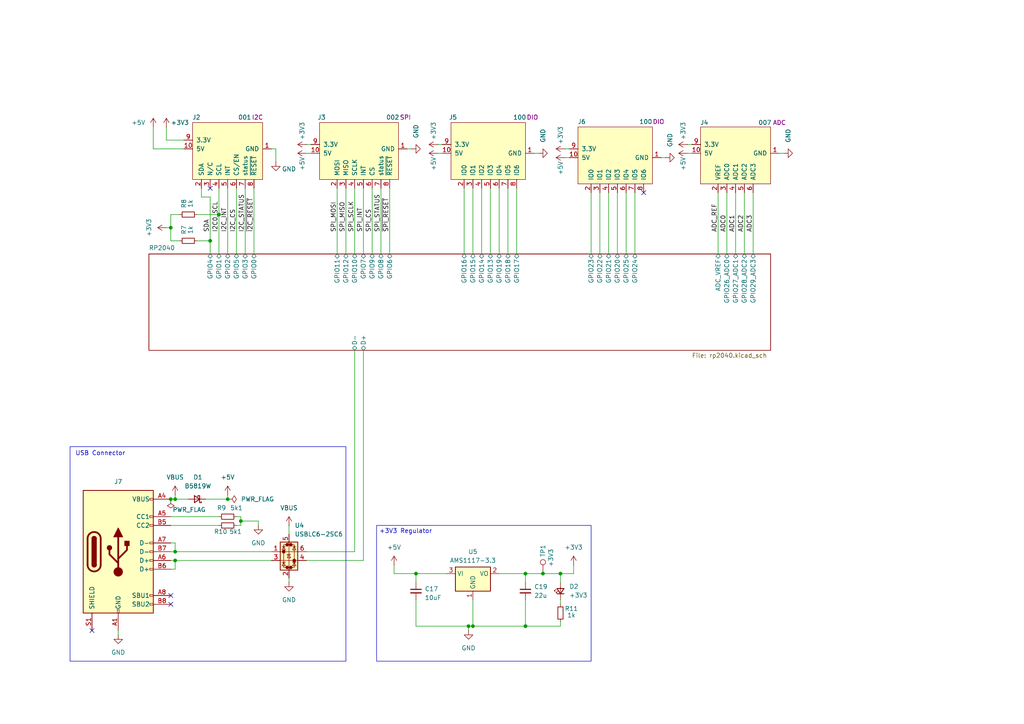
<source format=kicad_sch>
(kicad_sch (version 20241004) (generator "eeschema") (generator_version "8.99")
  (paper "A4")
  (lib_symbols
    (symbol "Connector:TestPoint" (pin_numbers (hide yes)) (pin_names (offset 0.762) (hide yes))
      (property "Reference" "TP" (at 0 6.858 0))
      (property "Value" "TestPoint" (at 0 5.08 0))
      (symbol "TestPoint_0_1"
        (circle (center 0 3.302) (radius 0.762))
      )
      (symbol "TestPoint_1_1"
        (pin passive line (at 0 0 90) (length 2.54) (name "1") (number "1"))
      )
    )
    (symbol "Connector:USB_C_Receptacle_USB2.0_16P" (pin_names (offset 1.016))
      (property "Reference" "J" (at 0 22.225 0))
      (property "Value" "USB_C_Receptacle_USB2.0_16P" (at 0 19.685 0))
      (symbol "USB_C_Receptacle_USB2.0_16P_0_0"
        (rectangle (start -0.254 -17.78) (end 0.254 -16.764))
        (rectangle (start 10.16 15.494) (end 9.144 14.986))
        (rectangle (start 10.16 10.414) (end 9.144 9.906))
        (rectangle (start 10.16 7.874) (end 9.144 7.366))
        (rectangle (start 10.16 2.794) (end 9.144 2.286))
        (rectangle (start 10.16 0.254) (end 9.144 -0.254))
        (rectangle (start 10.16 -2.286) (end 9.144 -2.794))
        (rectangle (start 10.16 -4.826) (end 9.144 -5.334))
        (rectangle (start 10.16 -12.446) (end 9.144 -12.954))
        (rectangle (start 10.16 -14.986) (end 9.144 -15.494))
      )
      (symbol "USB_C_Receptacle_USB2.0_16P_0_1"
        (rectangle (start -10.16 17.78) (end 10.16 -17.78) (stroke (width 0.254)) (fill (type background)))
        (polyline (pts (xy -8.89 -3.81) (xy -8.89 3.81)) (stroke (width 0.508)))
        (rectangle (start -7.62 -3.81) (end -6.35 3.81) (stroke (width 0.254)) (fill (type outline)))
        (arc (start -7.62 3.81) (mid -6.985 4.4423) (end -6.35 3.81) (stroke (width 0.254)))
        (arc (start -7.62 3.81) (mid -6.985 4.4423) (end -6.35 3.81) (stroke (width 0.254)) (fill (type outline)))
        (arc (start -8.89 3.81) (mid -6.985 5.7067) (end -5.08 3.81) (stroke (width 0.508)))
        (arc (start -5.08 -3.81) (mid -6.985 -5.7067) (end -8.89 -3.81) (stroke (width 0.508)))
        (arc (start -6.35 -3.81) (mid -6.985 -4.4423) (end -7.62 -3.81) (stroke (width 0.254)) (fill (type outline)))
        (arc (start -6.35 -3.81) (mid -6.985 -4.4423) (end -7.62 -3.81) (stroke (width 0.254)))
        (polyline (pts (xy -5.08 3.81) (xy -5.08 -3.81)) (stroke (width 0.508)))
        (circle (center -2.54 1.143) (radius 0.635) (stroke (width 0.254)) (fill (type outline)))
        (polyline (pts (xy -1.27 4.318) (xy 0 6.858) (xy 1.27 4.318) (xy -1.27 4.318)) (stroke (width 0.254)) (fill (type outline)))
        (polyline (pts (xy 0 -2.032) (xy 2.54 0.508) (xy 2.54 1.778)) (stroke (width 0.508)))
        (polyline (pts (xy 0 -3.302) (xy -2.54 -0.762) (xy -2.54 0.508)) (stroke (width 0.508)))
        (circle (center 0 -5.842) (radius 1.27) (fill (type outline)))
        (polyline (pts (xy 0 -5.842) (xy 0 4.318)) (stroke (width 0.508)))
        (rectangle (start 1.905 1.778) (end 3.175 3.048) (stroke (width 0.254)) (fill (type outline)))
      )
      (symbol "USB_C_Receptacle_USB2.0_16P_1_1"
        (pin passive line (at -7.62 -22.86 90) (length 5.08) (name "SHIELD") (number "S1"))
        (pin passive line (at 0 -22.86 90) (length 5.08) (name "GND") (number "A1"))
        (pin passive line (at 0 -22.86 90) (length 5.08) (hide yes) (name "GND") (number "A12"))
        (pin passive line (at 0 -22.86 90) (length 5.08) (hide yes) (name "GND") (number "B1"))
        (pin passive line (at 0 -22.86 90) (length 5.08) (hide yes) (name "GND") (number "B12"))
        (pin passive line (at 15.24 15.24 180) (length 5.08) (name "VBUS") (number "A4"))
        (pin passive line (at 15.24 15.24 180) (length 5.08) (hide yes) (name "VBUS") (number "A9"))
        (pin passive line (at 15.24 15.24 180) (length 5.08) (hide yes) (name "VBUS") (number "B4"))
        (pin passive line (at 15.24 15.24 180) (length 5.08) (hide yes) (name "VBUS") (number "B9"))
        (pin bidirectional line (at 15.24 10.16 180) (length 5.08) (name "CC1") (number "A5"))
        (pin bidirectional line (at 15.24 7.62 180) (length 5.08) (name "CC2") (number "B5"))
        (pin bidirectional line (at 15.24 2.54 180) (length 5.08) (name "D-") (number "A7"))
        (pin bidirectional line (at 15.24 0 180) (length 5.08) (name "D-") (number "B7"))
        (pin bidirectional line (at 15.24 -2.54 180) (length 5.08) (name "D+") (number "A6"))
        (pin bidirectional line (at 15.24 -5.08 180) (length 5.08) (name "D+") (number "B6"))
        (pin bidirectional line (at 15.24 -12.7 180) (length 5.08) (name "SBU1") (number "A8"))
        (pin bidirectional line (at 15.24 -15.24 180) (length 5.08) (name "SBU2") (number "B8"))
      )
    )
    (symbol "Device:C_Small" (pin_numbers (hide yes)) (pin_names (offset 0.254) (hide yes))
      (property "Reference" "C" (at 0.254 1.778 0))
      (property "Value" "C_Small" (at 0.254 -2.032 0))
      (symbol "C_Small_0_1"
        (polyline (pts (xy -1.524 0.508) (xy 1.524 0.508)) (stroke (width 0.3048)))
        (polyline (pts (xy -1.524 -0.508) (xy 1.524 -0.508)) (stroke (width 0.3302)))
      )
      (symbol "C_Small_1_1"
        (pin passive line (at 0 2.54 270) (length 2.032) (name "~") (number "1"))
        (pin passive line (at 0 -2.54 90) (length 2.032) (name "~") (number "2"))
      )
    )
    (symbol "Device:D_Schottky_Small" (pin_numbers (hide yes)) (pin_names (offset 0.254) (hide yes))
      (property "Reference" "D" (at -1.27 2.032 0))
      (property "Value" "D_Schottky_Small" (at -7.112 -2.032 0))
      (symbol "D_Schottky_Small_0_1"
        (polyline (pts (xy -1.27 0.762) (xy -1.27 1.016) (xy -0.762 1.016) (xy -0.762 -1.016) (xy -0.254 -1.016) (xy -0.254 -0.762)) (stroke (width 0.254)))
        (polyline (pts (xy -0.762 0) (xy 0.762 0)))
        (polyline (pts (xy 0.762 -1.016) (xy -0.762 0) (xy 0.762 1.016) (xy 0.762 -1.016)) (stroke (width 0.254)))
      )
      (symbol "D_Schottky_Small_1_1"
        (pin passive line (at -2.54 0 0) (length 1.778) (name "K") (number "1"))
        (pin passive line (at 2.54 0 180) (length 1.778) (name "A") (number "2"))
      )
    )
    (symbol "Device:LED_Small" (pin_numbers (hide yes)) (pin_names (offset 0.254) (hide yes))
      (property "Reference" "D" (at -1.27 3.175 0))
      (property "Value" "LED_Small" (at -4.445 -2.54 0))
      (symbol "LED_Small_0_1"
        (polyline (pts (xy -0.762 -1.016) (xy -0.762 1.016)) (stroke (width 0.254)))
        (polyline (pts (xy 0 0.762) (xy -0.508 1.27) (xy -0.254 1.27) (xy -0.508 1.27) (xy -0.508 1.016)))
        (polyline (pts (xy 0.508 1.27) (xy 0 1.778) (xy 0.254 1.778) (xy 0 1.778) (xy 0 1.524)))
        (polyline (pts (xy 0.762 -1.016) (xy -0.762 0) (xy 0.762 1.016) (xy 0.762 -1.016)) (stroke (width 0.254)))
        (polyline (pts (xy 1.016 0) (xy -0.762 0)))
      )
      (symbol "LED_Small_1_1"
        (pin passive line (at -2.54 0 0) (length 1.778) (name "K") (number "1"))
        (pin passive line (at 2.54 0 180) (length 1.778) (name "A") (number "2"))
      )
    )
    (symbol "Device:R_Small" (pin_numbers (hide yes)) (pin_names (offset 0.254) (hide yes))
      (property "Reference" "R" (at 0.762 0.508 0))
      (property "Value" "R_Small" (at 0.762 -1.016 0))
      (symbol "R_Small_0_1"
        (rectangle (start -0.762 1.778) (end 0.762 -1.778) (stroke (width 0.2032)))
      )
      (symbol "R_Small_1_1"
        (pin passive line (at 0 2.54 270) (length 0.762) (name "~") (number "1"))
        (pin passive line (at 0 -2.54 90) (length 0.762) (name "~") (number "2"))
      )
    )
    (symbol "Power_Protection:USBLC6-2SC6" (pin_names (hide yes))
      (property "Reference" "U" (at 0.635 5.715 0))
      (property "Value" "USBLC6-2SC6" (at 0.635 3.81 0))
      (symbol "USBLC6-2SC6_0_0"
        (circle (center -1.524 0) (radius 0.0001) (stroke (width 0.508)))
        (circle (center -0.508 2.032) (radius 0.0001) (stroke (width 0.508)))
        (circle (center -0.508 -4.572) (radius 0.0001) (stroke (width 0.508)))
        (circle (center 0.508 2.032) (radius 0.0001) (stroke (width 0.508)))
        (circle (center 0.508 -4.572) (radius 0.0001) (stroke (width 0.508)))
        (circle (center 1.524 -2.54) (radius 0.0001) (stroke (width 0.508)))
      )
      (symbol "USBLC6-2SC6_0_1"
        (polyline (pts (xy -2.54 0) (xy 2.54 0)))
        (polyline (pts (xy -2.54 -2.54) (xy 2.54 -2.54)))
        (polyline (pts (xy -2.032 0.508) (xy -1.016 0.508) (xy -1.524 1.524) (xy -2.032 0.508)))
        (polyline (pts (xy -2.032 -3.048) (xy -1.016 -3.048)))
        (polyline (pts (xy -1.016 1.524) (xy -2.032 1.524)))
        (polyline (pts (xy -1.016 -4.064) (xy -2.032 -4.064) (xy -1.524 -3.048) (xy -1.016 -4.064)))
        (polyline (pts (xy -0.508 -1.143) (xy -0.508 -0.762) (xy 0.508 -0.762)))
        (polyline (pts (xy 0 2.54) (xy -0.508 2.032) (xy 0.508 2.032) (xy 0 1.524) (xy 0 -4.064) (xy -0.508 -4.572) (xy 0.508 -4.572) (xy 0 -5.08)))
        (polyline (pts (xy 0.508 -1.778) (xy -0.508 -1.778) (xy 0 -0.762) (xy 0.508 -1.778)))
        (polyline (pts (xy 1.016 1.524) (xy 2.032 1.524)))
        (polyline (pts (xy 1.016 -3.048) (xy 2.032 -3.048)))
        (polyline (pts (xy 2.032 0.508) (xy 1.016 0.508) (xy 1.524 1.524) (xy 2.032 0.508)))
        (polyline (pts (xy 2.032 -4.064) (xy 1.016 -4.064) (xy 1.524 -3.048) (xy 2.032 -4.064)))
      )
      (symbol "USBLC6-2SC6_1_1"
        (rectangle (start -2.54 2.794) (end 2.54 -5.334) (stroke (width 0.254)) (fill (type background)))
        (polyline (pts (xy -0.508 2.032) (xy -1.524 2.032) (xy -1.524 -4.572) (xy -0.508 -4.572)))
        (polyline (pts (xy 0.508 -4.572) (xy 1.524 -4.572) (xy 1.524 2.032) (xy 0.508 2.032)))
        (pin passive line (at -5.08 0 0) (length 2.54) (name "I/O1") (number "1"))
        (pin passive line (at -5.08 -2.54 0) (length 2.54) (name "I/O2") (number "3"))
        (pin passive line (at 0 5.08 270) (length 2.54) (name "VBUS") (number "5"))
        (pin passive line (at 0 -7.62 90) (length 2.54) (name "GND") (number "2"))
        (pin passive line (at 5.08 0 180) (length 2.54) (name "I/O1") (number "6"))
        (pin passive line (at 5.08 -2.54 180) (length 2.54) (name "I/O2") (number "4"))
      )
    )
    (symbol "Regulator_Linear:AMS1117-3.3"
      (property "Reference" "U" (at -3.81 3.175 0))
      (property "Value" "AMS1117-3.3" (at 0 3.175 0))
      (symbol "AMS1117-3.3_0_1"
        (rectangle (start -5.08 -5.08) (end 5.08 1.905) (stroke (width 0.254)) (fill (type background)))
      )
      (symbol "AMS1117-3.3_1_1"
        (pin power_in line (at -7.62 0 0) (length 2.54) (name "VI") (number "3"))
        (pin power_in line (at 0 -7.62 90) (length 2.54) (name "GND") (number "1"))
        (pin power_out line (at 7.62 0 180) (length 2.54) (name "VO") (number "2"))
      )
    )
    (symbol "power:+3V3" (power) (pin_numbers (hide yes)) (pin_names (offset 0) (hide yes))
      (property "Value" "+3V3" (at 0 3.556 0))
      (symbol "+3V3_0_1"
        (polyline (pts (xy -0.762 1.27) (xy 0 2.54)))
        (polyline (pts (xy 0 2.54) (xy 0.762 1.27)))
        (polyline (pts (xy 0 0) (xy 0 2.54)))
      )
      (symbol "+3V3_1_1"
        (pin power_in line (at 0 0 90) (length 0) (name "~") (number "1"))
      )
    )
    (symbol "power:+5V" (power) (pin_numbers (hide yes)) (pin_names (offset 0) (hide yes))
      (property "Value" "+5V" (at 0 3.556 0))
      (symbol "+5V_0_1"
        (polyline (pts (xy -0.762 1.27) (xy 0 2.54)))
        (polyline (pts (xy 0 2.54) (xy 0.762 1.27)))
        (polyline (pts (xy 0 0) (xy 0 2.54)))
      )
      (symbol "+5V_1_1"
        (pin power_in line (at 0 0 90) (length 0) (name "~") (number "1"))
      )
    )
    (symbol "power:GND" (power) (pin_numbers (hide yes)) (pin_names (offset 0) (hide yes))
      (property "Value" "GND" (at 0 -3.81 0))
      (symbol "GND_0_1"
        (polyline (pts (xy 0 0) (xy 0 -1.27) (xy 1.27 -1.27) (xy 0 -2.54) (xy -1.27 -1.27) (xy 0 -1.27)))
      )
      (symbol "GND_1_1"
        (pin power_in line (at 0 0 270) (length 0) (name "~") (number "1"))
      )
    )
    (symbol "power:PWR_FLAG" (power) (pin_numbers (hide yes)) (pin_names (offset 0) (hide yes))
      (property "Value" "PWR_FLAG" (at 0 3.81 0))
      (symbol "PWR_FLAG_0_0"
        (pin power_out line (at 0 0 90) (length 0) (name "~") (number "1"))
      )
      (symbol "PWR_FLAG_0_1"
        (polyline (pts (xy 0 0) (xy 0 1.27) (xy -1.016 1.905) (xy 0 2.54) (xy 1.016 1.905) (xy 0 1.27)))
      )
    )
    (symbol "power:VBUS" (power) (pin_numbers (hide yes)) (pin_names (offset 0) (hide yes))
      (property "Value" "VBUS" (at 0 3.556 0))
      (symbol "VBUS_0_1"
        (polyline (pts (xy -0.762 1.27) (xy 0 2.54)))
        (polyline (pts (xy 0 2.54) (xy 0.762 1.27)))
        (polyline (pts (xy 0 0) (xy 0 2.54)))
      )
      (symbol "VBUS_1_1"
        (pin power_in line (at 0 0 90) (length 0) (name "~") (number "1"))
      )
    )
    (symbol "put_on_edge:001_I2C" (pin_names (offset 1.016))
      (property "Reference" "J" (at -7.62 13.97 0))
      (property "Value" "001_I2C" (at 5.08 -8.89 0))
      (symbol "001_I2C_0_1"
        (rectangle (start -8.89 12.7) (end 7.62 -7.62) (fill (type background)))
      )
      (symbol "001_I2C_1_1"
        (pin bidirectional line (at -11.43 10.16 0) (length 2.54) (name "SDA") (number "2"))
        (pin bidirectional line (at -11.43 7.62 0) (length 2.54) (name "N/C") (number "3"))
        (pin bidirectional line (at -11.43 5.08 0) (length 2.54) (name "SCL") (number "4"))
        (pin bidirectional line (at -11.43 2.54 0) (length 2.54) (name "INT") (number "5"))
        (pin bidirectional line (at -11.43 0 0) (length 2.54) (name "CS/EN") (number "6"))
        (pin bidirectional line (at -11.43 -2.54 0) (length 2.54) (name "status") (number "7"))
        (pin bidirectional line (at -11.43 -5.08 0) (length 2.54) (name "~{RESET}") (number "8"))
        (pin passive line (at 0 15.24 270) (length 2.54) (name "5V") (number "10"))
        (pin passive line (at 0 -10.16 90) (length 2.54) (name "GND") (number "1"))
        (pin passive line (at 2.54 15.24 270) (length 2.54) (name "3.3V") (number "9"))
      )
    )
    (symbol "put_on_edge:002_SPI" (pin_names (offset 1.016))
      (property "Reference" "J" (at -6.35 13.97 0))
      (property "Value" "002_SPI" (at 6.35 -11.43 0))
      (symbol "002_SPI_0_1"
        (rectangle (start -7.62 12.7) (end 8.89 -10.16) (fill (type background)))
      )
      (symbol "002_SPI_1_1"
        (pin bidirectional line (at -10.16 7.62 0) (length 2.54) (name "MOSI") (number "2"))
        (pin bidirectional line (at -10.16 5.08 0) (length 2.54) (name "MISO") (number "3"))
        (pin bidirectional line (at -10.16 2.54 0) (length 2.54) (name "SCLK") (number "4"))
        (pin bidirectional line (at -10.16 0 0) (length 2.54) (name "INT") (number "5"))
        (pin bidirectional line (at -10.16 -2.54 0) (length 2.54) (name "CS") (number "6"))
        (pin bidirectional line (at -10.16 -5.08 0) (length 2.54) (name "status") (number "7"))
        (pin bidirectional line (at -10.16 -7.62 0) (length 2.54) (name "~{RESET}") (number "8"))
        (pin passive line (at 0 15.24 270) (length 2.54) (name "5V") (number "10"))
        (pin passive line (at 1.27 -12.7 90) (length 2.54) (name "GND") (number "1"))
        (pin passive line (at 2.54 15.24 270) (length 2.54) (name "3.3V") (number "9"))
      )
    )
    (symbol "put_on_edge:007_ADC" (pin_names (offset 1.016))
      (property "Reference" "J" (at -7.62 13.97 0))
      (property "Value" "007_ADC" (at 5.08 -9.144 0))
      (symbol "007_ADC_0_1"
        (rectangle (start -8.89 12.7) (end 7.62 -7.62) (fill (type background)))
      )
      (symbol "007_ADC_1_1"
        (pin bidirectional line (at -11.43 7.62 0) (length 2.54) (name "VREF") (number "2"))
        (pin bidirectional line (at -11.43 5.08 0) (length 2.54) (name "ADC0") (number "3"))
        (pin bidirectional line (at -11.43 2.54 0) (length 2.54) (name "ADC1") (number "4"))
        (pin bidirectional line (at -11.43 0 0) (length 2.54) (name "ADC2") (number "5"))
        (pin bidirectional line (at -11.43 -2.54 0) (length 2.54) (name "ADC3") (number "6"))
        (pin passive line (at 0 15.24 270) (length 2.54) (name "5V") (number "10"))
        (pin passive line (at 0 -10.16 90) (length 2.54) (name "GND") (number "1"))
        (pin passive line (at 2.54 15.24 270) (length 2.54) (name "3.3V") (number "9"))
      )
    )
    (symbol "put_on_edge:100_digital_IO" (pin_names (offset 1.016))
      (property "Reference" "J" (at -7.62 15.24 0))
      (property "Value" "100_digital_IO" (at 7.62 -9.144 0))
      (symbol "100_digital_IO_0_1"
        (rectangle (start -7.62 13.97) (end 8.89 -7.62) (fill (type background)))
      )
      (symbol "100_digital_IO_1_1"
        (pin bidirectional line (at -10.16 10.16 0) (length 2.54) (name "IO0") (number "2"))
        (pin bidirectional line (at -10.16 7.62 0) (length 2.54) (name "IO1") (number "3"))
        (pin bidirectional line (at -10.16 5.08 0) (length 2.54) (name "IO2") (number "4"))
        (pin bidirectional line (at -10.16 2.54 0) (length 2.54) (name "IO3") (number "5"))
        (pin bidirectional line (at -10.16 0 0) (length 2.54) (name "IO4") (number "6"))
        (pin bidirectional line (at -10.16 -2.54 0) (length 2.54) (name "IO5") (number "7"))
        (pin bidirectional line (at -10.16 -5.08 0) (length 2.54) (name "IO6") (number "8"))
        (pin passive line (at 0 16.51 270) (length 2.54) (name "5V") (number "10"))
        (pin passive line (at 0 -10.16 90) (length 2.54) (name "GND") (number "1"))
        (pin passive line (at 2.54 16.51 270) (length 2.54) (name "3.3V") (number "9"))
      )
    )
  )
  (rectangle (start 109.22 152.4) (end 171.45 191.77))
  (rectangle (start 20.32 129.54) (end 100.33 191.77))
  (text "+3V3 Regulator" (at 109.982 154.178 0) (effects (font (size 1.27 1.27)) (justify left)))
  (text "USB Connector" (at 21.844 132.334 0) (effects (font (size 1.27 1.27)) (justify left bottom)))
  (junction (at 120.65 166.37))
  (junction (at 50.8 162.56))
  (junction (at 60.96 69.85))
  (junction (at 135.89 181.61))
  (junction (at 50.8 160.02))
  (junction (at 49.53 66.04))
  (junction (at 162.56 166.37))
  (junction (at 63.5 62.23))
  (junction (at 152.4 166.37))
  (junction (at 157.48 166.37))
  (junction (at 50.8 144.78))
  (junction (at 137.16 181.61))
  (junction (at 69.85 151.13))
  (junction (at 66.04 144.78))
  (junction (at 152.4 181.61))
  (junction (at 49.53 144.78))
  (no_connect (at 60.96 54.61))
  (no_connect (at 49.53 172.72))
  (no_connect (at 49.53 175.26))
  (no_connect (at 186.69 55.88))
  (no_connect (at 26.67 182.88))
  (wire (pts (xy 49.53 69.85) (xy 52.07 69.85)))
  (wire (pts (xy 50.8 162.56) (xy 49.53 162.56)))
  (wire (pts (xy 102.87 160.02) (xy 88.9 160.02)))
  (wire (pts (xy 191.77 45.72) (xy 193.04 45.72)))
  (wire (pts (xy 88.9 44.45) (xy 90.17 44.45)))
  (wire (pts (xy 63.5 73.66) (xy 63.5 62.23)))
  (wire (pts (xy 50.8 157.48) (xy 50.8 160.02)))
  (wire (pts (xy 50.8 162.56) (xy 78.74 162.56)))
  (wire (pts (xy 127 44.45) (xy 128.27 44.45)))
  (wire (pts (xy 50.8 162.56) (xy 50.8 165.1)))
  (wire (pts (xy 152.4 181.61) (xy 162.56 181.61)))
  (wire (pts (xy 199.39 41.91) (xy 200.66 41.91)))
  (wire (pts (xy 162.56 180.34) (xy 162.56 181.61)))
  (wire (pts (xy 199.39 44.45) (xy 200.66 44.45)))
  (wire (pts (xy 210.82 55.88) (xy 210.82 73.66)))
  (wire (pts (xy 162.56 166.37) (xy 166.37 166.37)))
  (wire (pts (xy 69.85 152.4) (xy 69.85 151.13)))
  (wire (pts (xy 83.82 167.64) (xy 83.82 168.91)))
  (wire (pts (xy 152.4 173.99) (xy 152.4 181.61)))
  (wire (pts (xy 114.3 163.83) (xy 114.3 166.37)))
  (wire (pts (xy 83.82 152.4) (xy 83.82 154.94)))
  (wire (pts (xy 44.45 36.83) (xy 44.45 43.18)))
  (wire (pts (xy 147.32 73.66) (xy 147.32 54.61)))
  (wire (pts (xy 49.53 160.02) (xy 50.8 160.02)))
  (wire (pts (xy 152.4 166.37) (xy 152.4 168.91)))
  (wire (pts (xy 60.96 69.85) (xy 60.96 57.15)))
  (wire (pts (xy 49.53 165.1) (xy 50.8 165.1)))
  (wire (pts (xy 215.9 55.88) (xy 215.9 73.66)))
  (wire (pts (xy 118.11 43.18) (xy 119.38 43.18)))
  (wire (pts (xy 57.15 62.23) (xy 63.5 62.23)))
  (wire (pts (xy 142.24 73.66) (xy 142.24 54.61)))
  (wire (pts (xy 135.89 182.88) (xy 135.89 181.61)))
  (wire (pts (xy 226.06 44.45) (xy 227.33 44.45)))
  (wire (pts (xy 58.42 57.15) (xy 60.96 57.15)))
  (wire (pts (xy 157.48 166.37) (xy 162.56 166.37)))
  (wire (pts (xy 69.85 149.86) (xy 68.58 149.86)))
  (wire (pts (xy 152.4 166.37) (xy 157.48 166.37)))
  (wire (pts (xy 218.44 73.66) (xy 218.44 55.88)))
  (wire (pts (xy 137.16 181.61) (xy 137.16 173.99)))
  (wire (pts (xy 80.01 46.99) (xy 80.01 43.18)))
  (wire (pts (xy 173.99 73.66) (xy 173.99 55.88)))
  (wire (pts (xy 66.04 54.61) (xy 66.04 73.66)))
  (wire (pts (xy 88.9 41.91) (xy 90.17 41.91)))
  (wire (pts (xy 49.53 62.23) (xy 52.07 62.23)))
  (wire (pts (xy 162.56 173.99) (xy 162.56 175.26)))
  (wire (pts (xy 69.85 151.13) (xy 69.85 149.86)))
  (wire (pts (xy 181.61 73.66) (xy 181.61 55.88)))
  (wire (pts (xy 144.78 73.66) (xy 144.78 54.61)))
  (wire (pts (xy 134.62 73.66) (xy 134.62 54.61)))
  (wire (pts (xy 163.83 43.18) (xy 165.1 43.18)))
  (wire (pts (xy 50.8 143.51) (xy 50.8 144.78)))
  (wire (pts (xy 162.56 168.91) (xy 162.56 166.37)))
  (wire (pts (xy 166.37 163.83) (xy 166.37 166.37)))
  (wire (pts (xy 59.69 144.78) (xy 66.04 144.78)))
  (wire (pts (xy 208.28 73.66) (xy 208.28 55.88)))
  (wire (pts (xy 68.58 54.61) (xy 68.58 73.66)))
  (wire (pts (xy 137.16 73.66) (xy 137.16 54.61)))
  (wire (pts (xy 107.95 73.66) (xy 107.95 54.61)))
  (wire (pts (xy 63.5 54.61) (xy 63.5 62.23)))
  (wire (pts (xy 68.58 152.4) (xy 69.85 152.4)))
  (wire (pts (xy 102.87 101.6) (xy 102.87 160.02)))
  (wire (pts (xy 80.01 43.18) (xy 78.74 43.18)))
  (wire (pts (xy 97.79 73.66) (xy 97.79 54.61)))
  (wire (pts (xy 50.8 157.48) (xy 49.53 157.48)))
  (wire (pts (xy 105.41 73.66) (xy 105.41 54.61)))
  (wire (pts (xy 213.36 73.66) (xy 213.36 55.88)))
  (wire (pts (xy 50.8 144.78) (xy 54.61 144.78)))
  (wire (pts (xy 120.65 166.37) (xy 129.54 166.37)))
  (wire (pts (xy 49.53 66.04) (xy 49.53 62.23)))
  (wire (pts (xy 120.65 173.99) (xy 120.65 181.61)))
  (wire (pts (xy 144.78 166.37) (xy 152.4 166.37)))
  (wire (pts (xy 113.03 73.66) (xy 113.03 54.61)))
  (wire (pts (xy 120.65 181.61) (xy 135.89 181.61)))
  (wire (pts (xy 105.41 101.6) (xy 105.41 162.56)))
  (wire (pts (xy 60.96 73.66) (xy 60.96 69.85)))
  (wire (pts (xy 154.94 44.45) (xy 156.21 44.45)))
  (wire (pts (xy 114.3 166.37) (xy 120.65 166.37)))
  (wire (pts (xy 66.04 143.51) (xy 66.04 144.78)))
  (wire (pts (xy 137.16 181.61) (xy 152.4 181.61)))
  (wire (pts (xy 48.26 40.64) (xy 53.34 40.64)))
  (wire (pts (xy 49.53 152.4) (xy 63.5 152.4)))
  (wire (pts (xy 49.53 149.86) (xy 63.5 149.86)))
  (wire (pts (xy 171.45 73.66) (xy 171.45 55.88)))
  (wire (pts (xy 179.07 73.66) (xy 179.07 55.88)))
  (wire (pts (xy 149.86 73.66) (xy 149.86 54.61)))
  (wire (pts (xy 176.53 73.66) (xy 176.53 55.88)))
  (wire (pts (xy 58.42 57.15) (xy 58.42 54.61)))
  (wire (pts (xy 48.26 36.83) (xy 48.26 40.64)))
  (wire (pts (xy 48.26 66.04) (xy 49.53 66.04)))
  (wire (pts (xy 57.15 69.85) (xy 60.96 69.85)))
  (wire (pts (xy 127 41.91) (xy 128.27 41.91)))
  (wire (pts (xy 49.53 66.04) (xy 49.53 69.85)))
  (wire (pts (xy 135.89 181.61) (xy 137.16 181.61)))
  (wire (pts (xy 50.8 160.02) (xy 78.74 160.02)))
  (wire (pts (xy 184.15 73.66) (xy 184.15 55.88)))
  (wire (pts (xy 74.93 152.4) (xy 74.93 151.13)))
  (wire (pts (xy 34.29 182.88) (xy 34.29 184.15)))
  (wire (pts (xy 163.83 45.72) (xy 165.1 45.72)))
  (wire (pts (xy 71.12 54.61) (xy 71.12 73.66)))
  (wire (pts (xy 110.49 73.66) (xy 110.49 54.61)))
  (wire (pts (xy 120.65 168.91) (xy 120.65 166.37)))
  (wire (pts (xy 102.87 73.66) (xy 102.87 54.61)))
  (wire (pts (xy 49.53 144.78) (xy 50.8 144.78)))
  (wire (pts (xy 69.85 151.13) (xy 74.93 151.13)))
  (wire (pts (xy 44.45 43.18) (xy 53.34 43.18)))
  (wire (pts (xy 73.66 54.61) (xy 73.66 73.66)))
  (wire (pts (xy 105.41 162.56) (xy 88.9 162.56)))
  (wire (pts (xy 139.7 73.66) (xy 139.7 54.61)))
  (wire (pts (xy 100.33 73.66) (xy 100.33 54.61)))
  (label "I2C_STATUS" (at 71.12 67.31 90))
  (label "~{I2C_RESET}" (at 73.66 67.31 90))
  (label "ADC3" (at 218.44 67.31 90))
  (label "I2C_CS" (at 68.58 67.31 90))
  (label "SPI_STATUS" (at 110.49 67.31 90))
  (label "ADC0" (at 210.82 67.31 90))
  (label "I2C_INT" (at 66.04 67.31 90))
  (label "~{SPI_RESET}" (at 113.03 67.31 90))
  (label "SPI_MISO" (at 100.33 67.31 90))
  (label "SDA" (at 60.96 67.31 90))
  (label "SPI_INT" (at 105.41 67.31 90))
  (label "SPI_SCLK" (at 102.87 67.31 90))
  (label "ADC_REF" (at 208.28 67.31 90))
  (label "ADC2" (at 215.9 67.31 90))
  (label "SPI_MOSI" (at 97.79 67.31 90))
  (label "SPI_CS" (at 107.95 67.31 90))
  (label "ADC1" (at 213.36 67.31 90))
  (label "I2C0_SCL" (at 63.5 67.31 90))
  (symbol (lib_id "power:+3V3") (at 88.9 41.91 90) (unit 1)
    (property "Reference" "#PWR025" (effects (hide yes)))
    (property "Value" "+3V3" (at 87.63 40.64 0) (effects (justify left)))
    (property "Description" "Power symbol creates a global label with name \"+3V3\"" (effects (hide yes)))
  )
  (symbol (lib_id "Device:R_Small") (at 54.61 69.85 90) (unit 1)
    (property "Reference" "R7" (at 53.34 66.675 0))
    (property "Value" "1k" (at 55.245 66.675 0))
    (property "Footprint" "Resistor_SMD:R_0402_1005Metric" (effects (hide yes)))
    (property "Description" "Resistor, small symbol" (effects (hide yes)))
    (property "LCSC" "C25543" (effects (hide yes)))
    (property "P/N" "0402WGJ0102TCE" (effects (hide yes)))
  )
  (symbol (lib_id "Regulator_Linear:AMS1117-3.3") (at 137.16 166.37 0) (unit 1)
    (property "Reference" "U5" (at 137.16 160.02 0))
    (property "Value" "AMS1117-3.3" (at 137.16 162.56 0))
    (property "Footprint" "Package_TO_SOT_SMD:SOT-223-3_TabPin2" (effects (hide yes)))
    (property "Datasheet" "http://www.advanced-monolithic.com/pdf/ds1117.pdf" (effects (hide yes)))
    (property "Description" "1A Low Dropout regulator, positive, 3.3V fixed output, SOT-223" (effects (hide yes)))
    (property "LCSC Part#" "C347256" (effects (hide yes)))
  )
  (symbol (lib_id "power:+5V") (at 88.9 44.45 90) (unit 1)
    (property "Reference" "#PWR026" (effects (hide yes)))
    (property "Value" "+5V" (at 87.63 49.53 0) (effects (justify left)))
    (property "Description" "Power symbol creates a global label with name \"+5V\"" (effects (hide yes)))
  )
  (symbol (lib_id "Power_Protection:USBLC6-2SC6") (at 83.82 160.02 0) (unit 1)
    (property "Reference" "U4" (at 85.4711 152.4 0) (effects (justify left)))
    (property "Value" "USBLC6-2SC6" (at 85.4711 154.94 0) (effects (justify left)))
    (property "Footprint" "Package_TO_SOT_SMD:SOT-23-6" (effects (hide yes)))
    (property "Datasheet" "https://www.st.com/resource/en/datasheet/usblc6-2.pdf" (effects (hide yes)))
    (property "Description" "Very low capacitance ESD protection diode, 2 data-line, SOT-23-6" (effects (hide yes)))
  )
  (symbol (lib_id "Device:C_Small") (at 120.65 171.45 0) (unit 1)
    (property "Reference" "C17" (at 123.19 170.8213 0) (effects (justify left)))
    (property "Value" "10uF" (at 123.19 173.3613 0) (effects (justify left)))
    (property "Footprint" "Capacitor_SMD:C_1210_3225Metric_Pad1.33x2.70mm_HandSolder" (effects (hide yes)))
    (property "Description" "Unpolarized capacitor, small symbol" (effects (hide yes)))
    (property "LCSC Part#" "C39232" (effects (hide yes)))
  )
  (symbol (lib_id "power:VBUS") (at 50.8 143.51 0) (unit 1)
    (property "Reference" "#PWR035" (effects (hide yes)))
    (property "Value" "VBUS" (at 50.8 138.43 0))
    (property "Description" "Power symbol creates a global label with name \"VBUS\"" (effects (hide yes)))
  )
  (symbol (lib_id "power:GND") (at 119.38 43.18 90) (unit 1)
    (property "Reference" "#PWR029" (effects (hide yes)))
    (property "Value" "GND" (at 120.65 38.1 0))
    (property "Description" "Power symbol creates a global label with name \"GND\" , ground" (effects (hide yes)))
  )
  (symbol (lib_id "put_on_edge:001_I2C") (at 68.58 43.18 90) (unit 1)
    (property "Reference" "J2" (at 58.166 34.036 90) (effects (justify left)))
    (property "Value" "001" (at 72.898 34.036 90) (effects (justify left)))
    (property "Footprint" "on_edge:on_edge_2x05_host" (effects (hide yes)))
    (property "Type" "I2C" (at 74.676 34.036 90))
  )
  (symbol (lib_id "put_on_edge:100_digital_IO") (at 181.61 45.72 90) (unit 1)
    (property "Reference" "J6" (at 169.926 35.306 90) (effects (justify left)))
    (property "Value" "100" (at 189.23 35.306 90) (effects (justify left)))
    (property "Footprint" "on_edge:on_edge_2x05_host" (effects (hide yes)))
    (property "Type" "DIO" (at 191.008 35.306 90))
  )
  (symbol (lib_id "power:GND") (at 193.04 45.72 90) (unit 1)
    (property "Reference" "#PWR018" (effects (hide yes)))
    (property "Value" "GND" (at 194.31 40.64 0))
    (property "Description" "Power symbol creates a global label with name \"GND\" , ground" (effects (hide yes)))
  )
  (symbol (lib_id "Device:R_Small") (at 162.56 177.8 0) (unit 1)
    (property "Reference" "R11" (at 165.735 176.53 0))
    (property "Value" "1k" (at 165.735 178.435 0))
    (property "Footprint" "Resistor_SMD:R_0402_1005Metric" (effects (hide yes)))
    (property "Description" "Resistor, small symbol" (effects (hide yes)))
    (property "LCSC" "C25543" (effects (hide yes)))
    (property "P/N" "0402WGJ0102TCE" (effects (hide yes)))
  )
  (symbol (lib_id "put_on_edge:002_SPI") (at 105.41 44.45 90) (unit 1)
    (property "Reference" "J3" (at 94.488 34.036 90) (effects (justify left)))
    (property "Value" "002" (at 115.824 34.036 90) (effects (justify left)))
    (property "Footprint" "on_edge:on_edge_2x05_host" (effects (hide yes)))
    (property "Type" "SPI" (at 117.602 34.036 90))
  )
  (symbol (lib_id "power:+3V3") (at 48.26 66.04 90) (unit 1)
    (property "Reference" "#PWR016" (effects (hide yes)))
    (property "Value" "+3V3" (at 43.18 66.04 0))
    (property "Description" "Power symbol creates a global label with name \"+3V3\"" (effects (hide yes)))
  )
  (symbol (lib_id "Device:LED_Small") (at 162.56 171.45 90) (unit 1)
    (property "Reference" "D2" (at 165.1 170.1164 90) (effects (justify right)))
    (property "Value" "+3V3" (at 165.1 172.6564 90) (effects (justify right)))
    (property "Footprint" "LED_SMD:LED_0603_1608Metric_Pad1.05x0.95mm_HandSolder" (effects (hide yes)))
    (property "Description" "Light emitting diode, small symbol" (effects (hide yes)))
    (property "LCSC" "C434425" (effects (hide yes)))
    (property "P/N" "SZYY0603O" (effects (hide yes)))
  )
  (symbol (lib_id "power:+5V") (at 66.04 143.51 0) (unit 1)
    (property "Reference" "#PWR036" (effects (hide yes)))
    (property "Value" "+5V" (at 66.04 138.43 0))
    (property "Description" "Power symbol creates a global label with name \"+5V\"" (effects (hide yes)))
  )
  (symbol (lib_id "Device:R_Small") (at 66.04 149.86 90) (unit 1)
    (property "Reference" "R9" (at 64.262 147.32 90))
    (property "Value" "5k1" (at 68.58 147.32 90))
    (property "Footprint" "Resistor_SMD:R_0402_1005Metric_Pad0.72x0.64mm_HandSolder" (effects (hide yes)))
    (property "Description" "Resistor, small symbol" (effects (hide yes)))
    (property "LCSC" "C105873" (effects (hide yes)))
    (property "P/N" "RC0402JR-075K1" (effects (hide yes)))
  )
  (symbol (lib_id "power:PWR_FLAG") (at 66.04 144.78 270) (unit 1)
    (property "Reference" "#FLG03" (effects (hide yes)))
    (property "Value" "PWR_FLAG" (at 69.85 144.7799 90) (effects (justify left)))
    (property "Description" "Special symbol for telling ERC where power comes from" (effects (hide yes)))
  )
  (symbol (lib_id "power:+5V") (at 127 44.45 90) (unit 1)
    (property "Reference" "#PWR030" (effects (hide yes)))
    (property "Value" "+5V" (at 125.73 49.53 0) (effects (justify left)))
    (property "Description" "Power symbol creates a global label with name \"+5V\"" (effects (hide yes)))
  )
  (symbol (lib_id "power:GND") (at 34.29 184.15 0) (unit 1)
    (property "Reference" "#PWR034" (effects (hide yes)))
    (property "Value" "GND" (at 34.29 189.23 0))
    (property "Description" "Power symbol creates a global label with name \"GND\" , ground" (effects (hide yes)))
  )
  (symbol (lib_id "power:GND") (at 74.93 152.4 0) (unit 1)
    (property "Reference" "#PWR037" (effects (hide yes)))
    (property "Value" "GND" (at 74.93 157.48 0))
    (property "Description" "Power symbol creates a global label with name \"GND\" , ground" (effects (hide yes)))
  )
  (symbol (lib_id "power:+5V") (at 199.39 44.45 90) (unit 1)
    (property "Reference" "#PWR032" (effects (hide yes)))
    (property "Value" "+5V" (at 198.12 49.53 0) (effects (justify left)))
    (property "Description" "Power symbol creates a global label with name \"+5V\"" (effects (hide yes)))
  )
  (symbol (lib_id "power:+5V") (at 114.3 163.83 0) (unit 1)
    (property "Reference" "#PWR040" (effects (hide yes)))
    (property "Value" "+5V" (at 114.3 158.75 0))
    (property "Description" "Power symbol creates a global label with name \"+5V\"" (effects (hide yes)))
  )
  (symbol (lib_id "power:GND") (at 83.82 168.91 0) (unit 1)
    (property "Reference" "#PWR039" (effects (hide yes)))
    (property "Value" "GND" (at 83.82 173.99 0))
    (property "Description" "Power symbol creates a global label with name \"GND\" , ground" (effects (hide yes)))
  )
  (symbol (lib_id "put_on_edge:007_ADC") (at 215.9 44.45 90) (unit 1)
    (property "Reference" "J4" (at 205.486 35.56 90) (effects (justify left)))
    (property "Value" "007" (at 223.774 35.56 90) (effects (justify left)))
    (property "Footprint" "on_edge:on_edge_2x05_host" (effects (hide yes)))
    (property "Type" "ADC" (at 226.06 35.56 90))
  )
  (symbol (lib_id "power:+3V3") (at 48.26 36.83 0) (unit 1)
    (property "Reference" "#PWR022" (effects (hide yes)))
    (property "Value" "+3V3" (at 49.53 35.56 0) (effects (justify left)))
    (property "Description" "Power symbol creates a global label with name \"+3V3\"" (effects (hide yes)))
  )
  (symbol (lib_id "power:+5V") (at 44.45 36.83 0) (unit 1)
    (property "Reference" "#PWR023" (effects (hide yes)))
    (property "Value" "+5V" (at 38.1 35.56 0) (effects (justify left)))
    (property "Description" "Power symbol creates a global label with name \"+5V\"" (effects (hide yes)))
  )
  (symbol (lib_id "Connector:USB_C_Receptacle_USB2.0_16P") (at 34.29 160.02 0) (unit 1)
    (property "Reference" "J7" (at 34.29 139.7 0))
    (property "Value" "USB_C_Receptacle_USB2.0_16P" (effects (hide yes)))
    (property "Footprint" "on_edge:USB_C_Receptacle_Palconn_UTC16-G" (effects (hide yes)))
    (property "Datasheet" "https://www.usb.org/sites/default/files/documents/usb_type-c.zip" (effects (hide yes)))
    (property "Description" "USB 2.0-only 16P Type-C Receptacle connector" (effects (hide yes)))
  )
  (symbol (lib_id "Connector:TestPoint") (at 157.48 166.37 0) (unit 1) (in_bom no)
    (property "Reference" "TP1" (at 157.48 159.766 90))
    (property "Value" "+3V3" (at 159.766 161.798 90))
    (property "Footprint" "TestPoint:TestPoint_THTPad_D1.0mm_Drill0.5mm" (effects (hide yes)))
    (property "Description" "test point" (effects (hide yes)))
  )
  (symbol (lib_id "power:GND") (at 80.01 46.99 0) (unit 1)
    (property "Reference" "#PWR024" (effects (hide yes)))
    (property "Value" "GND" (at 83.82 49.022 0))
    (property "Description" "Power symbol creates a global label with name \"GND\" , ground" (effects (hide yes)))
  )
  (symbol (lib_id "power:+3V3") (at 127 41.91 90) (unit 1)
    (property "Reference" "#PWR031" (effects (hide yes)))
    (property "Value" "+3V3" (at 125.73 40.64 0) (effects (justify left)))
    (property "Description" "Power symbol creates a global label with name \"+3V3\"" (effects (hide yes)))
  )
  (symbol (lib_id "power:+3V3") (at 163.83 43.18 90) (unit 1)
    (property "Reference" "#PWR019" (effects (hide yes)))
    (property "Value" "+3V3" (at 162.56 41.91 0) (effects (justify left)))
    (property "Description" "Power symbol creates a global label with name \"+3V3\"" (effects (hide yes)))
  )
  (symbol (lib_id "power:GND") (at 135.89 182.88 0) (unit 1)
    (property "Reference" "#PWR041" (effects (hide yes)))
    (property "Value" "GND" (at 135.89 187.96 0))
    (property "Description" "Power symbol creates a global label with name \"GND\" , ground" (effects (hide yes)))
  )
  (symbol (lib_id "power:+3V3") (at 199.39 41.91 90) (unit 1)
    (property "Reference" "#PWR033" (effects (hide yes)))
    (property "Value" "+3V3" (at 198.12 40.64 0) (effects (justify left)))
    (property "Description" "Power symbol creates a global label with name \"+3V3\"" (effects (hide yes)))
  )
  (symbol (lib_id "Device:D_Schottky_Small") (at 57.15 144.78 180) (unit 1)
    (property "Reference" "D1" (at 57.404 138.43 0))
    (property "Value" "B5819W" (at 57.404 140.97 0))
    (property "Footprint" "Diode_SMD:D_SOD-123" (effects (hide yes)))
    (property "Description" "Schottky diode, small symbol" (effects (hide yes)))
    (property "LCSC Part#" "C2943878" (effects (hide yes)))
  )
  (symbol (lib_id "Device:C_Small") (at 152.4 171.45 0) (unit 1)
    (property "Reference" "C19" (at 154.94 170.1862 0) (effects (justify left)))
    (property "Value" "22u" (at 154.94 172.7262 0) (effects (justify left)))
    (property "Footprint" "Capacitor_SMD:C_1206_3216Metric_Pad1.33x1.80mm_HandSolder" (effects (hide yes)))
    (property "Description" "Unpolarized capacitor, small symbol" (effects (hide yes)))
    (property "Field5" "C7171" (effects (hide yes)))
  )
  (symbol (lib_id "Device:R_Small") (at 54.61 62.23 90) (unit 1)
    (property "Reference" "R8" (at 53.34 59.055 0))
    (property "Value" "1k" (at 55.245 59.055 0))
    (property "Footprint" "Resistor_SMD:R_0402_1005Metric" (effects (hide yes)))
    (property "Description" "Resistor, small symbol" (effects (hide yes)))
    (property "LCSC" "C25543" (effects (hide yes)))
    (property "P/N" "0402WGJ0102TCE" (effects (hide yes)))
  )
  (symbol (lib_id "Device:R_Small") (at 66.04 152.4 90) (unit 1)
    (property "Reference" "R10" (at 64.008 154.178 90))
    (property "Value" "5k1" (at 68.326 154.178 90))
    (property "Footprint" "Resistor_SMD:R_0402_1005Metric_Pad0.72x0.64mm_HandSolder" (effects (hide yes)))
    (property "Description" "Resistor, small symbol" (effects (hide yes)))
    (property "LCSC" "C105873" (effects (hide yes)))
    (property "P/N" "RC0402JR-075K1" (effects (hide yes)))
  )
  (symbol (lib_id "power:VBUS") (at 83.82 152.4 0) (unit 1)
    (property "Reference" "#PWR038" (effects (hide yes)))
    (property "Value" "VBUS" (at 83.82 147.32 0))
    (property "Description" "Power symbol creates a global label with name \"VBUS\"" (effects (hide yes)))
  )
  (symbol (lib_id "put_on_edge:100_digital_IO") (at 144.78 44.45 90) (unit 1)
    (property "Reference" "J5" (at 132.588 34.036 90) (effects (justify left)))
    (property "Value" "100" (at 152.654 34.036 90) (effects (justify left)))
    (property "Footprint" "on_edge:on_edge_2x05_host" (effects (hide yes)))
    (property "Type" "DIO" (at 154.432 34.036 90))
  )
  (symbol (lib_id "power:GND") (at 227.33 44.45 90) (unit 1)
    (property "Reference" "#PWR028" (effects (hide yes)))
    (property "Value" "GND" (at 228.6 39.37 0))
    (property "Description" "Power symbol creates a global label with name \"GND\" , ground" (effects (hide yes)))
  )
  (symbol (lib_id "power:PWR_FLAG") (at 49.53 144.78 180) (unit 1)
    (property "Reference" "#FLG02" (effects (hide yes)))
    (property "Value" "PWR_FLAG" (at 54.864 147.828 0))
    (property "Description" "Special symbol for telling ERC where power comes from" (effects (hide yes)))
  )
  (symbol (lib_id "power:+3V3") (at 166.37 163.83 0) (unit 1)
    (property "Reference" "#PWR042" (effects (hide yes)))
    (property "Value" "+3V3" (at 166.37 158.75 0))
    (property "Description" "Power symbol creates a global label with name \"+3V3\"" (effects (hide yes)))
  )
  (symbol (lib_id "power:+5V") (at 163.83 45.72 90) (unit 1)
    (property "Reference" "#PWR017" (effects (hide yes)))
    (property "Value" "+5V" (at 162.56 50.8 0) (effects (justify left)))
    (property "Description" "Power symbol creates a global label with name \"+5V\"" (effects (hide yes)))
  )
  (symbol (lib_id "power:GND") (at 156.21 44.45 90) (unit 1)
    (property "Reference" "#PWR027" (effects (hide yes)))
    (property "Value" "GND" (at 157.48 39.37 0))
    (property "Description" "Power symbol creates a global label with name \"GND\" , ground" (effects (hide yes)))
  )
  (sheet (at 43.18 73.66) (size 180.34 27.94) (stroke (width 0.1524))
    (property "Sheetname" "RP2040" (at 43.18 72.644 0) (effects (justify left bottom)))
    (property "Sheetfile" "rp2040.kicad_sch" (at 200.66 102.362 0) (effects (justify left top)))
    (pin "GPIO6" bidirectional (at 113.03 73.66 90))
    (pin "GPIO0" bidirectional (at 73.66 73.66 90))
    (pin "GPIO1" bidirectional (at 63.5 73.66 90))
    (pin "GPIO2" bidirectional (at 66.04 73.66 90))
    (pin "GPIO3" bidirectional (at 71.12 73.66 90))
    (pin "GPIO4" bidirectional (at 60.96 73.66 90))
    (pin "GPIO5" bidirectional (at 68.58 73.66 90))
    (pin "GPIO7" bidirectional (at 105.41 73.66 90))
    (pin "GPIO8" bidirectional (at 110.49 73.66 90))
    (pin "GPIO9" bidirectional (at 107.95 73.66 90))
    (pin "GPIO10" bidirectional (at 102.87 73.66 90))
    (pin "GPIO11" bidirectional (at 97.79 73.66 90))
    (pin "GPIO12" bidirectional (at 100.33 73.66 90))
    (pin "GPIO13" bidirectional (at 142.24 73.66 90))
    (pin "GPIO14" bidirectional (at 139.7 73.66 90))
    (pin "GPIO15" bidirectional (at 137.16 73.66 90))
    (pin "GPIO16" bidirectional (at 134.62 73.66 90))
    (pin "GPIO17" bidirectional (at 149.86 73.66 90))
    (pin "GPIO18" bidirectional (at 147.32 73.66 90))
    (pin "GPIO19" bidirectional (at 144.78 73.66 90))
    (pin "GPIO20" bidirectional (at 179.07 73.66 90))
    (pin "GPIO21" bidirectional (at 176.53 73.66 90))
    (pin "GPIO22" bidirectional (at 173.99 73.66 90))
    (pin "GPIO23" bidirectional (at 171.45 73.66 90))
    (pin "GPIO24" bidirectional (at 184.15 73.66 90))
    (pin "GPIO25" bidirectional (at 181.61 73.66 90))
    (pin "GPIO26_ADC0" bidirectional (at 210.82 73.66 90))
    (pin "GPIO27_ADC1" bidirectional (at 213.36 73.66 90))
    (pin "GPIO28_ADC2" bidirectional (at 215.9 73.66 90))
    (pin "GPIO29_ADC3" bidirectional (at 218.44 73.66 90))
    (pin "D+" bidirectional (at 105.41 101.6 270))
    (pin "D-" bidirectional (at 102.87 101.6 270))
    (pin "ADC_VREF" bidirectional (at 208.28 73.66 90))
  )
)
</source>
